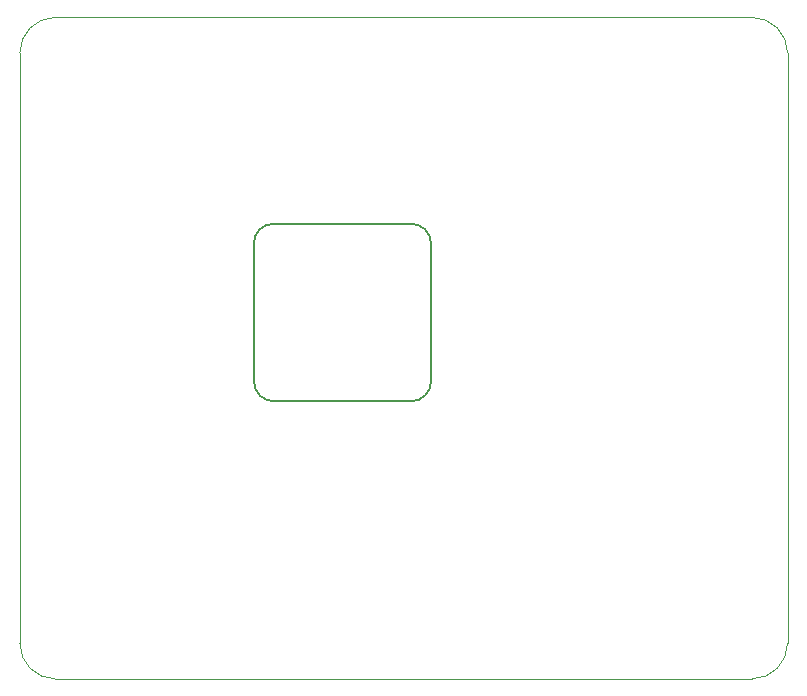
<source format=gbr>
G04 #@! TF.GenerationSoftware,KiCad,Pcbnew,(5.1.2)-1*
G04 #@! TF.CreationDate,2019-08-04T20:48:43+02:00*
G04 #@! TF.ProjectId,SMPS hat,534d5053-2068-4617-942e-6b696361645f,rev?*
G04 #@! TF.SameCoordinates,Original*
G04 #@! TF.FileFunction,Profile,NP*
%FSLAX46Y46*%
G04 Gerber Fmt 4.6, Leading zero omitted, Abs format (unit mm)*
G04 Created by KiCad (PCBNEW (5.1.2)-1) date 2019-08-04 20:48:43*
%MOMM*%
%LPD*%
G04 APERTURE LIST*
%ADD10C,0.150000*%
%ADD11C,0.100000*%
G04 APERTURE END LIST*
D10*
X100101383Y-93318831D02*
G75*
G02X98374200Y-91643200I-50783J1675631D01*
G01*
X113359431Y-91592417D02*
G75*
G02X111683800Y-93319600I-1675631J-50783D01*
G01*
X111633017Y-78283569D02*
G75*
G02X113360200Y-79959200I50783J-1675631D01*
G01*
X98349569Y-80009983D02*
G75*
G02X100025200Y-78282800I1675631J50783D01*
G01*
X98374200Y-91643200D02*
X98349569Y-80009983D01*
X111683800Y-93319600D02*
X100101383Y-93318831D01*
X113360200Y-79959200D02*
X113359431Y-91592417D01*
X100025200Y-78282800D02*
X111633017Y-78283569D01*
D11*
X78546357Y-63830200D02*
X78546356Y-113817611D01*
X78546357Y-63830200D02*
G75*
G02X81534000Y-60817611I2999999J12589D01*
G01*
X140546356Y-60817611D02*
X81534000Y-60817611D01*
X140546356Y-60817611D02*
G75*
G02X143546356Y-63817611I0J-3000000D01*
G01*
X143546351Y-113822847D02*
X143546356Y-63817611D01*
X81546356Y-116817611D02*
G75*
G02X78546356Y-113817611I0J3000000D01*
G01*
X81546356Y-116817611D02*
X140546356Y-116817611D01*
X143546351Y-113822847D02*
G75*
G02X140546356Y-116817611I-2999995J5236D01*
G01*
M02*

</source>
